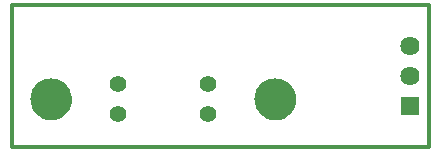
<source format=gbs>
G75*
%MOIN*%
%OFA0B0*%
%FSLAX24Y24*%
%IPPOS*%
%LPD*%
%AMOC8*
5,1,8,0,0,1.08239X$1,22.5*
%
%ADD10C,0.0118*%
%ADD11R,0.0640X0.0640*%
%ADD12C,0.0640*%
%ADD13C,0.0000*%
%ADD14C,0.1379*%
%ADD15C,0.0555*%
D10*
X000159Y000159D02*
X014057Y000159D01*
X014057Y004883D01*
X000159Y004883D01*
X000159Y000159D01*
D11*
X013415Y001521D03*
D12*
X013415Y002521D03*
X013415Y003521D03*
D13*
X008250Y001734D02*
X008252Y001785D01*
X008258Y001836D01*
X008268Y001886D01*
X008281Y001936D01*
X008299Y001984D01*
X008319Y002031D01*
X008344Y002076D01*
X008372Y002119D01*
X008403Y002160D01*
X008437Y002198D01*
X008474Y002233D01*
X008513Y002266D01*
X008555Y002296D01*
X008599Y002322D01*
X008645Y002344D01*
X008693Y002364D01*
X008742Y002379D01*
X008792Y002391D01*
X008842Y002399D01*
X008893Y002403D01*
X008945Y002403D01*
X008996Y002399D01*
X009046Y002391D01*
X009096Y002379D01*
X009145Y002364D01*
X009193Y002344D01*
X009239Y002322D01*
X009283Y002296D01*
X009325Y002266D01*
X009364Y002233D01*
X009401Y002198D01*
X009435Y002160D01*
X009466Y002119D01*
X009494Y002076D01*
X009519Y002031D01*
X009539Y001984D01*
X009557Y001936D01*
X009570Y001886D01*
X009580Y001836D01*
X009586Y001785D01*
X009588Y001734D01*
X009586Y001683D01*
X009580Y001632D01*
X009570Y001582D01*
X009557Y001532D01*
X009539Y001484D01*
X009519Y001437D01*
X009494Y001392D01*
X009466Y001349D01*
X009435Y001308D01*
X009401Y001270D01*
X009364Y001235D01*
X009325Y001202D01*
X009283Y001172D01*
X009239Y001146D01*
X009193Y001124D01*
X009145Y001104D01*
X009096Y001089D01*
X009046Y001077D01*
X008996Y001069D01*
X008945Y001065D01*
X008893Y001065D01*
X008842Y001069D01*
X008792Y001077D01*
X008742Y001089D01*
X008693Y001104D01*
X008645Y001124D01*
X008599Y001146D01*
X008555Y001172D01*
X008513Y001202D01*
X008474Y001235D01*
X008437Y001270D01*
X008403Y001308D01*
X008372Y001349D01*
X008344Y001392D01*
X008319Y001437D01*
X008299Y001484D01*
X008281Y001532D01*
X008268Y001582D01*
X008258Y001632D01*
X008252Y001683D01*
X008250Y001734D01*
X000770Y001734D02*
X000772Y001785D01*
X000778Y001836D01*
X000788Y001886D01*
X000801Y001936D01*
X000819Y001984D01*
X000839Y002031D01*
X000864Y002076D01*
X000892Y002119D01*
X000923Y002160D01*
X000957Y002198D01*
X000994Y002233D01*
X001033Y002266D01*
X001075Y002296D01*
X001119Y002322D01*
X001165Y002344D01*
X001213Y002364D01*
X001262Y002379D01*
X001312Y002391D01*
X001362Y002399D01*
X001413Y002403D01*
X001465Y002403D01*
X001516Y002399D01*
X001566Y002391D01*
X001616Y002379D01*
X001665Y002364D01*
X001713Y002344D01*
X001759Y002322D01*
X001803Y002296D01*
X001845Y002266D01*
X001884Y002233D01*
X001921Y002198D01*
X001955Y002160D01*
X001986Y002119D01*
X002014Y002076D01*
X002039Y002031D01*
X002059Y001984D01*
X002077Y001936D01*
X002090Y001886D01*
X002100Y001836D01*
X002106Y001785D01*
X002108Y001734D01*
X002106Y001683D01*
X002100Y001632D01*
X002090Y001582D01*
X002077Y001532D01*
X002059Y001484D01*
X002039Y001437D01*
X002014Y001392D01*
X001986Y001349D01*
X001955Y001308D01*
X001921Y001270D01*
X001884Y001235D01*
X001845Y001202D01*
X001803Y001172D01*
X001759Y001146D01*
X001713Y001124D01*
X001665Y001104D01*
X001616Y001089D01*
X001566Y001077D01*
X001516Y001069D01*
X001465Y001065D01*
X001413Y001065D01*
X001362Y001069D01*
X001312Y001077D01*
X001262Y001089D01*
X001213Y001104D01*
X001165Y001124D01*
X001119Y001146D01*
X001075Y001172D01*
X001033Y001202D01*
X000994Y001235D01*
X000957Y001270D01*
X000923Y001308D01*
X000892Y001349D01*
X000864Y001392D01*
X000839Y001437D01*
X000819Y001484D01*
X000801Y001532D01*
X000788Y001582D01*
X000778Y001632D01*
X000772Y001683D01*
X000770Y001734D01*
D14*
X001439Y001734D03*
X008919Y001734D03*
D15*
X006675Y002234D03*
X006675Y001234D03*
X003683Y001234D03*
X003683Y002234D03*
M02*

</source>
